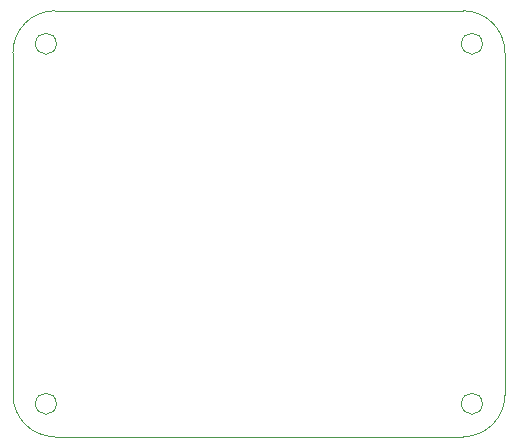
<source format=gm1>
G04 #@! TF.GenerationSoftware,KiCad,Pcbnew,(5.1.6)-1*
G04 #@! TF.CreationDate,2021-11-23T16:38:20-08:00*
G04 #@! TF.ProjectId,scum3c-devboard,7363756d-3363-42d6-9465-76626f617264,rev?*
G04 #@! TF.SameCoordinates,Original*
G04 #@! TF.FileFunction,Profile,NP*
%FSLAX46Y46*%
G04 Gerber Fmt 4.6, Leading zero omitted, Abs format (unit mm)*
G04 Created by KiCad (PCBNEW (5.1.6)-1) date 2021-11-23 16:38:20*
%MOMM*%
%LPD*%
G01*
G04 APERTURE LIST*
G04 #@! TA.AperFunction,Profile*
%ADD10C,0.101600*%
G04 #@! TD*
G04 #@! TA.AperFunction,Profile*
%ADD11C,0.100000*%
G04 #@! TD*
G04 APERTURE END LIST*
D10*
X76200000Y-54356000D02*
G75*
G02*
X79756000Y-50800000I3556000J0D01*
G01*
X79756000Y-86868000D02*
G75*
G02*
X76200000Y-83312000I0J3556000D01*
G01*
X117856000Y-83312000D02*
G75*
G02*
X114300000Y-86868000I-3556000J0D01*
G01*
X114300000Y-50800000D02*
G75*
G02*
X117856000Y-54356000I0J-3556000D01*
G01*
X79756000Y-50800000D02*
X114300000Y-50800000D01*
X76200000Y-54356000D02*
X76200000Y-83312000D01*
X114300000Y-86868000D02*
X79756000Y-86868000D01*
X117856000Y-54356000D02*
X117856000Y-83312000D01*
D11*
X79883000Y-53594000D02*
G75*
G03*
X79883000Y-53594000I-889000J0D01*
G01*
X79883000Y-84074000D02*
G75*
G03*
X79883000Y-84074000I-889000J0D01*
G01*
X115951000Y-84074000D02*
G75*
G03*
X115951000Y-84074000I-889000J0D01*
G01*
X115951000Y-53594000D02*
G75*
G03*
X115951000Y-53594000I-889000J0D01*
G01*
M02*

</source>
